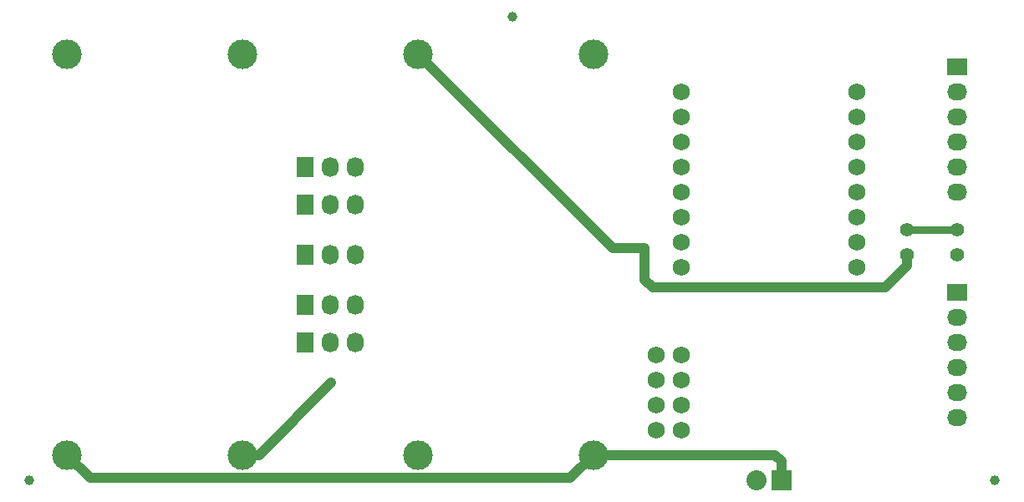
<source format=gbr>
G04 #@! TF.FileFunction,Copper,L1,Top,Signal*
%FSLAX46Y46*%
G04 Gerber Fmt 4.6, Leading zero omitted, Abs format (unit mm)*
G04 Created by KiCad (PCBNEW 0.201411211846+5297~19~ubuntu14.04.1-product) date Sat 06 Dec 2014 11:06:07 PM PST*
%MOMM*%
G01*
G04 APERTURE LIST*
%ADD10C,0.100000*%
%ADD11C,1.397000*%
%ADD12R,2.032000X1.727200*%
%ADD13O,2.032000X1.727200*%
%ADD14R,1.727200X2.032000*%
%ADD15O,1.727200X2.032000*%
%ADD16R,2.032000X2.032000*%
%ADD17O,2.032000X2.032000*%
%ADD18C,1.750000*%
%ADD19C,3.000000*%
%ADD20C,1.000000*%
%ADD21C,0.750000*%
%ADD22C,1.000000*%
G04 APERTURE END LIST*
D10*
D11*
X96520000Y25400000D03*
X96520000Y27940000D03*
D12*
X96520000Y44450000D03*
D13*
X96520000Y41910000D03*
X96520000Y39370000D03*
X96520000Y36830000D03*
X96520000Y34290000D03*
X96520000Y31750000D03*
D12*
X96520000Y21590000D03*
D13*
X96520000Y19050000D03*
X96520000Y16510000D03*
X96520000Y13970000D03*
X96520000Y11430000D03*
X96520000Y8890000D03*
D14*
X30480000Y16510000D03*
D15*
X33020000Y16510000D03*
X35560000Y16510000D03*
D14*
X30480000Y20320000D03*
D15*
X33020000Y20320000D03*
X35560000Y20320000D03*
D14*
X30480000Y25400000D03*
D15*
X33020000Y25400000D03*
X35560000Y25400000D03*
D14*
X30480000Y30480000D03*
D15*
X33020000Y30480000D03*
X35560000Y30480000D03*
D14*
X30480000Y34290000D03*
D15*
X33020000Y34290000D03*
X35560000Y34290000D03*
D16*
X78740000Y2540000D03*
D17*
X76200000Y2540000D03*
D11*
X91440000Y25400000D03*
X91440000Y27940000D03*
D18*
X86360000Y24130000D03*
X86360000Y26670000D03*
X86360000Y29210000D03*
X86360000Y31750000D03*
X86360000Y34290000D03*
X86360000Y36830000D03*
X86360000Y39370000D03*
X86360000Y41910000D03*
X68580000Y41910000D03*
X68580000Y39370000D03*
X68580000Y36830000D03*
X68580000Y34290000D03*
X68580000Y31750000D03*
X68580000Y29210000D03*
X68580000Y26670000D03*
X68580000Y24130000D03*
X66040000Y15240000D03*
X66040000Y12700000D03*
X66040000Y10160000D03*
X66040000Y7620000D03*
X68580000Y15240000D03*
X68580000Y12700000D03*
X68580000Y10160000D03*
X68580000Y7620000D03*
D19*
X24130000Y45720000D03*
X6350000Y45720000D03*
X24130000Y5080000D03*
X6350000Y5080000D03*
X41910000Y5080000D03*
X59690000Y5080000D03*
X41910000Y45720000D03*
X59690000Y45720000D03*
D20*
X2540000Y2540000D03*
X100330000Y2540000D03*
X51435000Y49530000D03*
X33115600Y12384700D03*
X64872700Y26035500D03*
D21*
X91440000Y27940000D02*
X96520000Y27940000D01*
D22*
X78740000Y2540000D02*
X78740000Y4431000D01*
X78091000Y5080000D02*
X59690000Y5080000D01*
X78740000Y4431000D02*
X78091000Y5080000D01*
X8690500Y2739500D02*
X6350000Y5080000D01*
X57349500Y2739500D02*
X8690500Y2739500D01*
X59690000Y5080000D02*
X57349500Y2739500D01*
X25810900Y5080000D02*
X33115600Y12384700D01*
X24130000Y5080000D02*
X25810900Y5080000D01*
X61594500Y26035500D02*
X64872700Y26035500D01*
X41910000Y45720000D02*
X61594500Y26035500D01*
X91440000Y24238100D02*
X91440000Y25400000D01*
X89237400Y22035500D02*
X91440000Y24238100D01*
X65706600Y22035500D02*
X89237400Y22035500D01*
X64872700Y22869400D02*
X65706600Y22035500D01*
X64872700Y26035500D02*
X64872700Y22869400D01*
M02*

</source>
